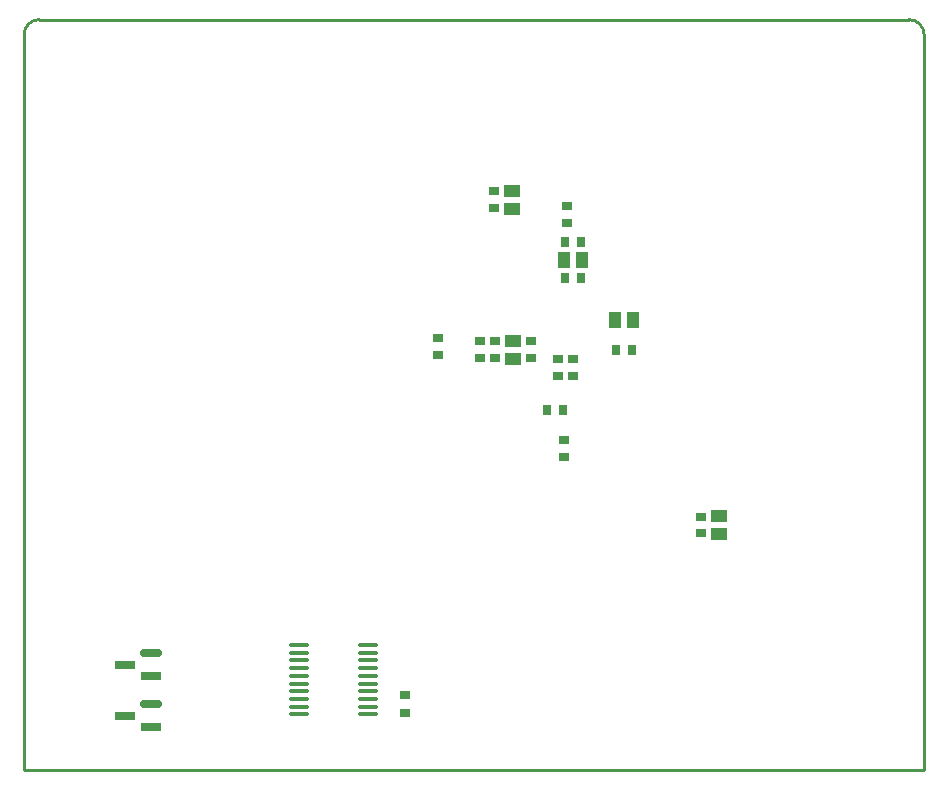
<source format=gbp>
%FSLAX44Y44*%
%MOMM*%
G71*
G01*
G75*
G04 Layer_Color=128*
%ADD10R,1.8034X1.1176*%
%ADD11R,5.3000X5.3000*%
%ADD12O,1.6500X0.2700*%
%ADD13O,0.2700X1.6500*%
%ADD14R,1.2700X1.2700*%
%ADD15R,0.7000X0.9000*%
%ADD16R,0.8000X0.9000*%
%ADD17R,0.9000X0.8000*%
%ADD18R,2.5400X1.6510*%
G04:AMPARAMS|DCode=19|XSize=1.651mm|YSize=2.54mm|CornerRadius=0.4128mm|HoleSize=0mm|Usage=FLASHONLY|Rotation=270.000|XOffset=0mm|YOffset=0mm|HoleType=Round|Shape=RoundedRectangle|*
%AMROUNDEDRECTD19*
21,1,1.6510,1.7145,0,0,270.0*
21,1,0.8255,2.5400,0,0,270.0*
1,1,0.8255,-0.8572,-0.4128*
1,1,0.8255,-0.8572,0.4128*
1,1,0.8255,0.8572,0.4128*
1,1,0.8255,0.8572,-0.4128*
%
%ADD19ROUNDEDRECTD19*%
%ADD20R,0.9000X0.7000*%
%ADD21R,1.7000X1.1000*%
%ADD22R,1.0000X2.7000*%
%ADD23R,3.2000X2.7000*%
%ADD24R,0.6096X0.5588*%
%ADD25R,2.6924X1.1176*%
%ADD26R,0.5588X0.6096*%
%ADD27R,2.0000X6.0000*%
%ADD28R,1.4000X1.1000*%
%ADD29R,1.1000X1.7000*%
%ADD30R,1.1000X1.4000*%
G04:AMPARAMS|DCode=31|XSize=1mm|YSize=1.55mm|CornerRadius=0.25mm|HoleSize=0mm|Usage=FLASHONLY|Rotation=270.000|XOffset=0mm|YOffset=0mm|HoleType=Round|Shape=RoundedRectangle|*
%AMROUNDEDRECTD31*
21,1,1.0000,1.0500,0,0,270.0*
21,1,0.5000,1.5500,0,0,270.0*
1,1,0.5000,-0.5250,-0.2500*
1,1,0.5000,-0.5250,0.2500*
1,1,0.5000,0.5250,0.2500*
1,1,0.5000,0.5250,-0.2500*
%
%ADD31ROUNDEDRECTD31*%
%ADD32R,1.5500X1.0000*%
%ADD33R,3.3000X1.8000*%
%ADD34R,1.0000X1.5000*%
G04:AMPARAMS|DCode=35|XSize=1mm|YSize=1.5mm|CornerRadius=0.25mm|HoleSize=0mm|Usage=FLASHONLY|Rotation=180.000|XOffset=0mm|YOffset=0mm|HoleType=Round|Shape=RoundedRectangle|*
%AMROUNDEDRECTD35*
21,1,1.0000,1.0000,0,0,180.0*
21,1,0.5000,1.5000,0,0,180.0*
1,1,0.5000,-0.2500,0.5000*
1,1,0.5000,0.2500,0.5000*
1,1,0.5000,0.2500,-0.5000*
1,1,0.5000,-0.2500,-0.5000*
%
%ADD35ROUNDEDRECTD35*%
%ADD36R,2.3876X3.0988*%
%ADD37R,1.9812X0.4608*%
%ADD38R,0.6000X0.8500*%
%ADD39C,1.2700*%
%ADD40C,0.2032*%
%ADD41C,0.3048*%
%ADD42C,0.4064*%
%ADD43C,0.4277*%
%ADD44C,0.3999*%
%ADD45C,0.4572*%
%ADD46C,0.7620*%
%ADD47C,0.6350*%
%ADD48C,0.2540*%
%ADD49R,6.8580X10.1600*%
%ADD50R,8.8900X8.8900*%
%ADD51R,12.7000X8.8900*%
%ADD52R,1.5240X1.5240*%
%ADD53C,1.5240*%
%ADD54C,1.8000*%
%ADD55C,1.7272*%
%ADD56C,2.4000*%
%ADD57C,1.5000*%
%ADD58R,1.5000X1.5000*%
%ADD59R,1.5000X1.5000*%
%ADD60C,0.6350*%
%ADD61C,0.6096*%
%ADD62C,0.6600*%
%ADD63C,1.0160*%
%ADD64C,0.3810*%
%ADD65R,4.5720X4.4450*%
%ADD66R,6.9850X1.7780*%
%ADD67C,2.0320*%
G04:AMPARAMS|DCode=68|XSize=2.524mm|YSize=2.524mm|CornerRadius=0mm|HoleSize=0mm|Usage=FLASHONLY|Rotation=0.000|XOffset=0mm|YOffset=0mm|HoleType=Round|Shape=Relief|Width=0.254mm|Gap=0.254mm|Entries=4|*
%AMTHD68*
7,0,0,2.5240,2.0160,0.2540,45*
%
%ADD68THD68*%
%ADD69C,2.0160*%
%ADD70C,2.0828*%
%ADD71C,2.8160*%
%ADD72C,1.9160*%
G04:AMPARAMS|DCode=73|XSize=2.424mm|YSize=2.424mm|CornerRadius=0mm|HoleSize=0mm|Usage=FLASHONLY|Rotation=0.000|XOffset=0mm|YOffset=0mm|HoleType=Round|Shape=Relief|Width=0.254mm|Gap=0.254mm|Entries=4|*
%AMTHD73*
7,0,0,2.4240,1.9160,0.2540,45*
%
%ADD73THD73*%
%ADD74C,1.3970*%
%ADD75C,1.3208*%
%ADD76C,1.3460*%
%ADD77R,4.4450X4.4450*%
G04:AMPARAMS|DCode=78|XSize=2.54mm|YSize=2.54mm|CornerRadius=0mm|HoleSize=0mm|Usage=FLASHONLY|Rotation=0.000|XOffset=0mm|YOffset=0mm|HoleType=Round|Shape=Relief|Width=0.254mm|Gap=0.254mm|Entries=4|*
%AMTHD78*
7,0,0,2.5400,2.0320,0.2540,45*
%
%ADD78THD78*%
G04:AMPARAMS|DCode=79|XSize=3.324mm|YSize=3.324mm|CornerRadius=0mm|HoleSize=0mm|Usage=FLASHONLY|Rotation=0.000|XOffset=0mm|YOffset=0mm|HoleType=Round|Shape=Relief|Width=0.254mm|Gap=0.254mm|Entries=4|*
%AMTHD79*
7,0,0,3.3240,2.8160,0.2540,45*
%
%ADD79THD79*%
%ADD80R,1.8000X0.7000*%
G04:AMPARAMS|DCode=81|XSize=0.7mm|YSize=1.8mm|CornerRadius=0.175mm|HoleSize=0mm|Usage=FLASHONLY|Rotation=90.000|XOffset=0mm|YOffset=0mm|HoleType=Round|Shape=RoundedRectangle|*
%AMROUNDEDRECTD81*
21,1,0.7000,1.4500,0,0,90.0*
21,1,0.3500,1.8000,0,0,90.0*
1,1,0.3500,0.7250,0.1750*
1,1,0.3500,0.7250,-0.1750*
1,1,0.3500,-0.7250,-0.1750*
1,1,0.3500,-0.7250,0.1750*
%
%ADD81ROUNDEDRECTD81*%
%ADD82O,1.8500X0.3500*%
%ADD83C,0.6000*%
%ADD84C,0.2500*%
%ADD85C,0.1524*%
%ADD86C,0.1270*%
%ADD87C,0.2000*%
%ADD88C,0.1778*%
%ADD89R,8.1280X3.3020*%
%ADD90R,1.9558X1.2700*%
%ADD91R,5.4524X5.4524*%
%ADD92O,1.8024X0.4224*%
%ADD93O,0.4224X1.8024*%
%ADD94R,1.4224X1.4224*%
%ADD95R,0.8524X1.0524*%
%ADD96R,0.9524X1.0524*%
%ADD97R,1.0524X0.9524*%
%ADD98R,2.6924X1.8034*%
G04:AMPARAMS|DCode=99|XSize=1.8034mm|YSize=2.6924mm|CornerRadius=0.4508mm|HoleSize=0mm|Usage=FLASHONLY|Rotation=270.000|XOffset=0mm|YOffset=0mm|HoleType=Round|Shape=RoundedRectangle|*
%AMROUNDEDRECTD99*
21,1,1.8034,1.7907,0,0,270.0*
21,1,0.9017,2.6924,0,0,270.0*
1,1,0.9017,-0.8953,-0.4508*
1,1,0.9017,-0.8953,0.4508*
1,1,0.9017,0.8953,0.4508*
1,1,0.9017,0.8953,-0.4508*
%
%ADD99ROUNDEDRECTD99*%
%ADD100R,1.0524X0.8524*%
%ADD101R,1.8524X1.2524*%
%ADD102R,1.1524X2.8524*%
%ADD103R,3.3524X2.8524*%
%ADD104R,0.7620X0.7112*%
%ADD105R,2.8448X1.2700*%
%ADD106R,0.7112X0.7620*%
%ADD107R,2.1524X6.1524*%
%ADD108R,1.5524X1.2524*%
%ADD109R,1.2524X1.8524*%
%ADD110R,1.2524X1.5524*%
G04:AMPARAMS|DCode=111|XSize=1.1524mm|YSize=1.7024mm|CornerRadius=0.2881mm|HoleSize=0mm|Usage=FLASHONLY|Rotation=270.000|XOffset=0mm|YOffset=0mm|HoleType=Round|Shape=RoundedRectangle|*
%AMROUNDEDRECTD111*
21,1,1.1524,1.1262,0,0,270.0*
21,1,0.5762,1.7024,0,0,270.0*
1,1,0.5762,-0.5631,-0.2881*
1,1,0.5762,-0.5631,0.2881*
1,1,0.5762,0.5631,0.2881*
1,1,0.5762,0.5631,-0.2881*
%
%ADD111ROUNDEDRECTD111*%
%ADD112R,1.7024X1.1524*%
%ADD113R,3.4524X1.9524*%
%ADD114R,1.1524X1.6524*%
G04:AMPARAMS|DCode=115|XSize=1.1524mm|YSize=1.6524mm|CornerRadius=0.2881mm|HoleSize=0mm|Usage=FLASHONLY|Rotation=180.000|XOffset=0mm|YOffset=0mm|HoleType=Round|Shape=RoundedRectangle|*
%AMROUNDEDRECTD115*
21,1,1.1524,1.0762,0,0,180.0*
21,1,0.5762,1.6524,0,0,180.0*
1,1,0.5762,-0.2881,0.5381*
1,1,0.5762,0.2881,0.5381*
1,1,0.5762,0.2881,-0.5381*
1,1,0.5762,-0.2881,-0.5381*
%
%ADD115ROUNDEDRECTD115*%
%ADD116R,2.5400X3.2512*%
%ADD117R,2.1336X0.6132*%
%ADD118R,0.7524X1.0024*%
%ADD119R,1.6764X1.6764*%
%ADD120C,1.6764*%
%ADD121C,1.9524*%
%ADD122C,1.8796*%
%ADD123C,2.5524*%
%ADD124C,1.6524*%
%ADD125R,1.6524X1.6524*%
%ADD126R,1.6524X1.6524*%
%ADD127C,0.7874*%
%ADD128C,0.7620*%
%ADD129R,1.9524X0.8524*%
G04:AMPARAMS|DCode=130|XSize=0.8524mm|YSize=1.9524mm|CornerRadius=0.2131mm|HoleSize=0mm|Usage=FLASHONLY|Rotation=90.000|XOffset=0mm|YOffset=0mm|HoleType=Round|Shape=RoundedRectangle|*
%AMROUNDEDRECTD130*
21,1,0.8524,1.5262,0,0,90.0*
21,1,0.4262,1.9524,0,0,90.0*
1,1,0.4262,0.7631,0.2131*
1,1,0.4262,0.7631,-0.2131*
1,1,0.4262,-0.7631,-0.2131*
1,1,0.4262,-0.7631,0.2131*
%
%ADD130ROUNDEDRECTD130*%
%ADD131O,2.0024X0.5024*%
%ADD132C,0.8124*%
D16*
X633080Y500380D02*
D03*
X647080D02*
D03*
X648320Y612140D02*
D03*
X662320D02*
D03*
X648320Y642620D02*
D03*
X662320D02*
D03*
X691500Y551180D02*
D03*
X705500D02*
D03*
D17*
X763270Y409590D02*
D03*
Y395590D02*
D03*
X588010Y685180D02*
D03*
Y671180D02*
D03*
X655320Y542940D02*
D03*
Y528940D02*
D03*
X642620Y542940D02*
D03*
Y528940D02*
D03*
X541020Y546720D02*
D03*
Y560720D02*
D03*
X576580Y544180D02*
D03*
Y558180D02*
D03*
X650240Y672480D02*
D03*
Y658480D02*
D03*
X589280Y558180D02*
D03*
Y544180D02*
D03*
X619760Y544180D02*
D03*
Y558180D02*
D03*
X647700Y460360D02*
D03*
Y474360D02*
D03*
D20*
X513080Y243960D02*
D03*
Y258960D02*
D03*
D28*
X778510Y395090D02*
D03*
Y410090D02*
D03*
X603250Y670680D02*
D03*
Y685680D02*
D03*
X604520Y543680D02*
D03*
Y558680D02*
D03*
D30*
X662820Y627380D02*
D03*
X647820D02*
D03*
X706000Y576580D02*
D03*
X691000D02*
D03*
D48*
X952500Y817880D02*
G03*
X939800Y830580I-12700J0D01*
G01*
X203200D02*
G03*
X190500Y817880I0J-12700D01*
G01*
X203200Y830580D02*
X939800D01*
X952500Y195580D02*
Y817880D01*
X190500Y195580D02*
Y817880D01*
Y195580D02*
X952500D01*
D80*
X276270Y284480D02*
D03*
X297770Y274980D02*
D03*
X276270Y241300D02*
D03*
X297770Y231800D02*
D03*
D81*
Y293980D02*
D03*
Y250800D02*
D03*
D82*
X422870Y242530D02*
D03*
Y249030D02*
D03*
Y255530D02*
D03*
Y262030D02*
D03*
Y268530D02*
D03*
Y275030D02*
D03*
Y281530D02*
D03*
Y288030D02*
D03*
Y294530D02*
D03*
Y301030D02*
D03*
X481370Y242530D02*
D03*
Y249030D02*
D03*
Y255530D02*
D03*
Y262030D02*
D03*
Y268530D02*
D03*
Y275030D02*
D03*
Y281530D02*
D03*
Y288030D02*
D03*
Y294530D02*
D03*
Y301030D02*
D03*
M02*

</source>
